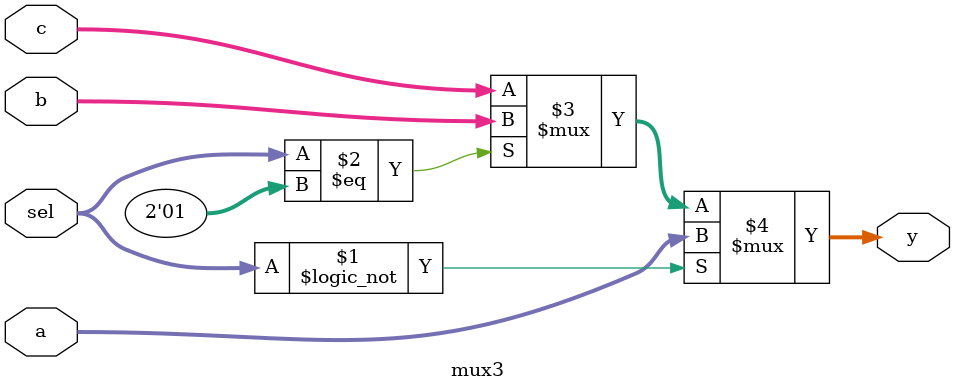
<source format=v>
module mux3 #(parameter WIDTH = 8) (
        input  wire [1:0]            sel,
        input  wire [WIDTH-1:0] a,
        input  wire [WIDTH-1:0] b,
        input wire [WIDTH-1:0] c, 
        output wire [WIDTH-1:0] y
    );

    assign y = (sel == 2'b00) ? a :
           (sel == 2'b01) ? b :
           c;

endmodule
</source>
